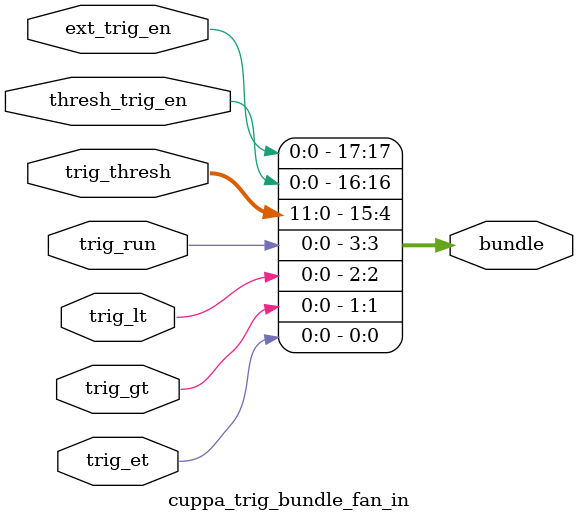
<source format=v>
module cuppa_trig_bundle_fan_in
  (
   bundle,
   trig_et,
   trig_gt,
   trig_lt,
   trig_run,
   trig_thresh,
   thresh_trig_en,
   ext_trig_en
  );

`include "cuppa_trig_bundle_inc.v"

   output [17:0] bundle;
   input [0:0] trig_et;
   input [0:0] trig_gt;
   input [0:0] trig_lt;
   input [0:0] trig_run;
   input [11:0] trig_thresh;
   input [0:0] thresh_trig_en;
   input [0:0] ext_trig_en;

assign bundle[0:0] = trig_et;
assign bundle[1:1] = trig_gt;
assign bundle[2:2] = trig_lt;
assign bundle[3:3] = trig_run;
assign bundle[15:4] = trig_thresh;
assign bundle[16:16] = thresh_trig_en;
assign bundle[17:17] = ext_trig_en;


endmodule

</source>
